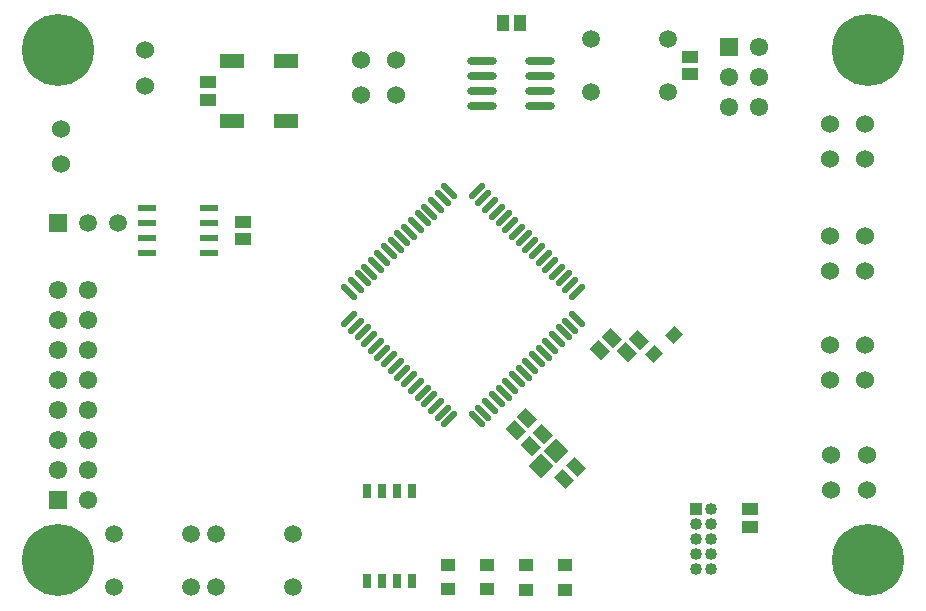
<source format=gbr>
%TF.GenerationSoftware,Altium Limited,Altium Designer,19.1.8 (144)*%
G04 Layer_Color=255*
%FSLAX23Y23*%
%MOIN*%
%TF.FileFunction,Pads,Top*%
%TF.Part,Single*%
G01*
G75*
%TA.AperFunction,SMDPad,CuDef*%
G04:AMPARAMS|DCode=10|XSize=53mil|YSize=41mil|CornerRadius=0mil|HoleSize=0mil|Usage=FLASHONLY|Rotation=315.000|XOffset=0mil|YOffset=0mil|HoleType=Round|Shape=Rectangle|*
%AMROTATEDRECTD10*
4,1,4,-0.033,0.004,-0.004,0.033,0.033,-0.004,0.004,-0.033,-0.033,0.004,0.0*
%
%ADD10ROTATEDRECTD10*%

G04:AMPARAMS|DCode=11|XSize=53mil|YSize=42mil|CornerRadius=0mil|HoleSize=0mil|Usage=FLASHONLY|Rotation=315.000|XOffset=0mil|YOffset=0mil|HoleType=Round|Shape=Rectangle|*
%AMROTATEDRECTD11*
4,1,4,-0.034,0.004,-0.004,0.034,0.034,-0.004,0.004,-0.034,-0.034,0.004,0.0*
%
%ADD11ROTATEDRECTD11*%

%ADD12R,0.043X0.053*%
G04:AMPARAMS|DCode=13|XSize=61mil|YSize=57mil|CornerRadius=0mil|HoleSize=0mil|Usage=FLASHONLY|Rotation=315.000|XOffset=0mil|YOffset=0mil|HoleType=Round|Shape=Rectangle|*
%AMROTATEDRECTD13*
4,1,4,-0.042,0.001,-0.001,0.042,0.042,-0.001,0.001,-0.042,-0.042,0.001,0.0*
%
%ADD13ROTATEDRECTD13*%

G04:AMPARAMS|DCode=14|XSize=53mil|YSize=43mil|CornerRadius=0mil|HoleSize=0mil|Usage=FLASHONLY|Rotation=315.000|XOffset=0mil|YOffset=0mil|HoleType=Round|Shape=Rectangle|*
%AMROTATEDRECTD14*
4,1,4,-0.034,0.004,-0.004,0.034,0.034,-0.004,0.004,-0.034,-0.034,0.004,0.0*
%
%ADD14ROTATEDRECTD14*%

%ADD15R,0.053X0.043*%
%ADD16O,0.098X0.028*%
G04:AMPARAMS|DCode=17|XSize=39mil|YSize=45mil|CornerRadius=0mil|HoleSize=0mil|Usage=FLASHONLY|Rotation=315.000|XOffset=0mil|YOffset=0mil|HoleType=Round|Shape=Rectangle|*
%AMROTATEDRECTD17*
4,1,4,-0.030,-0.002,0.002,0.030,0.030,0.002,-0.002,-0.030,-0.030,-0.002,0.0*
%
%ADD17ROTATEDRECTD17*%

%ADD18R,0.059X0.024*%
%ADD19R,0.083X0.051*%
%ADD20R,0.030X0.050*%
%ADD21R,0.047X0.043*%
G04:AMPARAMS|DCode=22|XSize=22mil|YSize=69mil|CornerRadius=0mil|HoleSize=0mil|Usage=FLASHONLY|Rotation=225.000|XOffset=0mil|YOffset=0mil|HoleType=Round|Shape=Round|*
%AMOVALD22*
21,1,0.047,0.022,0.000,0.000,315.0*
1,1,0.022,-0.017,0.017*
1,1,0.022,0.017,-0.017*
%
%ADD22OVALD22*%

G04:AMPARAMS|DCode=23|XSize=22mil|YSize=69mil|CornerRadius=0mil|HoleSize=0mil|Usage=FLASHONLY|Rotation=315.000|XOffset=0mil|YOffset=0mil|HoleType=Round|Shape=Round|*
%AMOVALD23*
21,1,0.047,0.022,0.000,0.000,45.0*
1,1,0.022,-0.017,-0.017*
1,1,0.022,0.017,0.017*
%
%ADD23OVALD23*%

%TA.AperFunction,ComponentPad*%
%ADD25R,0.061X0.061*%
%ADD26C,0.061*%
%ADD27C,0.040*%
%ADD28R,0.040X0.040*%
%ADD29C,0.060*%
%ADD30C,0.059*%
%ADD31C,0.059*%
%ADD32R,0.059X0.059*%
%TA.AperFunction,ViaPad*%
%ADD33C,0.240*%
D10*
X1835Y420D02*
D03*
X1875Y460D02*
D03*
D11*
X1676Y586D02*
D03*
X1714Y624D02*
D03*
D12*
X1690Y1940D02*
D03*
X1633D02*
D03*
D13*
X1760Y465D02*
D03*
X1810Y515D02*
D03*
D14*
X1765Y570D02*
D03*
X1725Y530D02*
D03*
X2085Y885D02*
D03*
X2045Y845D02*
D03*
X1955Y850D02*
D03*
X1995Y890D02*
D03*
D15*
X2255Y1829D02*
D03*
Y1771D02*
D03*
X765Y1221D02*
D03*
Y1279D02*
D03*
X650Y1744D02*
D03*
Y1686D02*
D03*
X2455Y320D02*
D03*
Y263D02*
D03*
D16*
X1756Y1665D02*
D03*
Y1715D02*
D03*
Y1765D02*
D03*
Y1815D02*
D03*
X1564Y1665D02*
D03*
Y1715D02*
D03*
Y1765D02*
D03*
Y1815D02*
D03*
D17*
X2203Y903D02*
D03*
X2137Y837D02*
D03*
D18*
X446Y1325D02*
D03*
Y1275D02*
D03*
Y1225D02*
D03*
Y1175D02*
D03*
X654D02*
D03*
Y1225D02*
D03*
Y1275D02*
D03*
Y1325D02*
D03*
D19*
X729Y1815D02*
D03*
Y1615D02*
D03*
X910D02*
D03*
Y1815D02*
D03*
D20*
X1180Y80D02*
D03*
X1230D02*
D03*
X1280D02*
D03*
X1330D02*
D03*
Y380D02*
D03*
X1280D02*
D03*
X1230D02*
D03*
X1180D02*
D03*
D21*
X1450Y54D02*
D03*
Y136D02*
D03*
X1580Y54D02*
D03*
Y136D02*
D03*
X1710Y52D02*
D03*
Y135D02*
D03*
X1840Y52D02*
D03*
Y135D02*
D03*
D22*
X1880Y954D02*
D03*
X1858Y932D02*
D03*
X1835Y910D02*
D03*
X1813Y887D02*
D03*
X1791Y865D02*
D03*
X1769Y843D02*
D03*
X1746Y820D02*
D03*
X1724Y798D02*
D03*
X1702Y776D02*
D03*
X1680Y754D02*
D03*
X1657Y731D02*
D03*
X1635Y709D02*
D03*
X1613Y687D02*
D03*
X1590Y665D02*
D03*
X1568Y642D02*
D03*
X1546Y620D02*
D03*
X1120Y1046D02*
D03*
X1142Y1068D02*
D03*
X1165Y1090D02*
D03*
X1187Y1113D02*
D03*
X1209Y1135D02*
D03*
X1231Y1157D02*
D03*
X1254Y1180D02*
D03*
X1276Y1202D02*
D03*
X1298Y1224D02*
D03*
X1320Y1246D02*
D03*
X1343Y1269D02*
D03*
X1365Y1291D02*
D03*
X1387Y1313D02*
D03*
X1410Y1335D02*
D03*
X1432Y1358D02*
D03*
X1454Y1380D02*
D03*
D23*
Y620D02*
D03*
X1432Y642D02*
D03*
X1410Y665D02*
D03*
X1387Y687D02*
D03*
X1365Y709D02*
D03*
X1343Y731D02*
D03*
X1320Y754D02*
D03*
X1298Y776D02*
D03*
X1276Y798D02*
D03*
X1254Y820D02*
D03*
X1231Y843D02*
D03*
X1209Y865D02*
D03*
X1187Y887D02*
D03*
X1165Y910D02*
D03*
X1142Y932D02*
D03*
X1120Y954D02*
D03*
X1546Y1380D02*
D03*
X1568Y1358D02*
D03*
X1590Y1335D02*
D03*
X1613Y1313D02*
D03*
X1635Y1291D02*
D03*
X1657Y1269D02*
D03*
X1680Y1246D02*
D03*
X1702Y1224D02*
D03*
X1724Y1202D02*
D03*
X1746Y1180D02*
D03*
X1769Y1157D02*
D03*
X1791Y1135D02*
D03*
X1813Y1113D02*
D03*
X1835Y1090D02*
D03*
X1858Y1068D02*
D03*
X1880Y1046D02*
D03*
D25*
X150Y350D02*
D03*
X2385Y1860D02*
D03*
D26*
X150Y450D02*
D03*
Y550D02*
D03*
Y650D02*
D03*
Y750D02*
D03*
Y850D02*
D03*
Y950D02*
D03*
Y1050D02*
D03*
X250Y350D02*
D03*
Y450D02*
D03*
Y550D02*
D03*
Y650D02*
D03*
Y750D02*
D03*
Y850D02*
D03*
Y950D02*
D03*
Y1050D02*
D03*
X2385Y1760D02*
D03*
Y1660D02*
D03*
X2485Y1860D02*
D03*
Y1760D02*
D03*
Y1660D02*
D03*
D27*
X2325Y120D02*
D03*
X2275D02*
D03*
X2325Y170D02*
D03*
X2275D02*
D03*
X2325Y220D02*
D03*
X2275D02*
D03*
X2325Y270D02*
D03*
X2275D02*
D03*
X2325Y320D02*
D03*
D28*
X2275D02*
D03*
D29*
X1278Y1818D02*
D03*
Y1700D02*
D03*
X1160Y1818D02*
D03*
Y1700D02*
D03*
X440Y1732D02*
D03*
Y1850D02*
D03*
X160Y1470D02*
D03*
Y1588D02*
D03*
X2727Y385D02*
D03*
Y503D02*
D03*
X2845Y385D02*
D03*
Y503D02*
D03*
X2723Y750D02*
D03*
Y868D02*
D03*
X2841Y750D02*
D03*
Y868D02*
D03*
X2723Y1115D02*
D03*
Y1233D02*
D03*
X2841Y1115D02*
D03*
Y1233D02*
D03*
X2840Y1605D02*
D03*
Y1487D02*
D03*
X2722Y1605D02*
D03*
Y1487D02*
D03*
D30*
X933Y61D02*
D03*
X677D02*
D03*
X933Y239D02*
D03*
X677D02*
D03*
X593Y61D02*
D03*
X337D02*
D03*
X593Y239D02*
D03*
X337D02*
D03*
X2183Y1711D02*
D03*
X1927D02*
D03*
X2183Y1889D02*
D03*
X1927D02*
D03*
D31*
X350Y1275D02*
D03*
X250D02*
D03*
D32*
X150D02*
D03*
D33*
Y150D02*
D03*
X2850D02*
D03*
Y1850D02*
D03*
X150D02*
D03*
%TF.MD5,b9bcfc0990ab27b852ef0aa3a2ae2fb3*%
M02*

</source>
